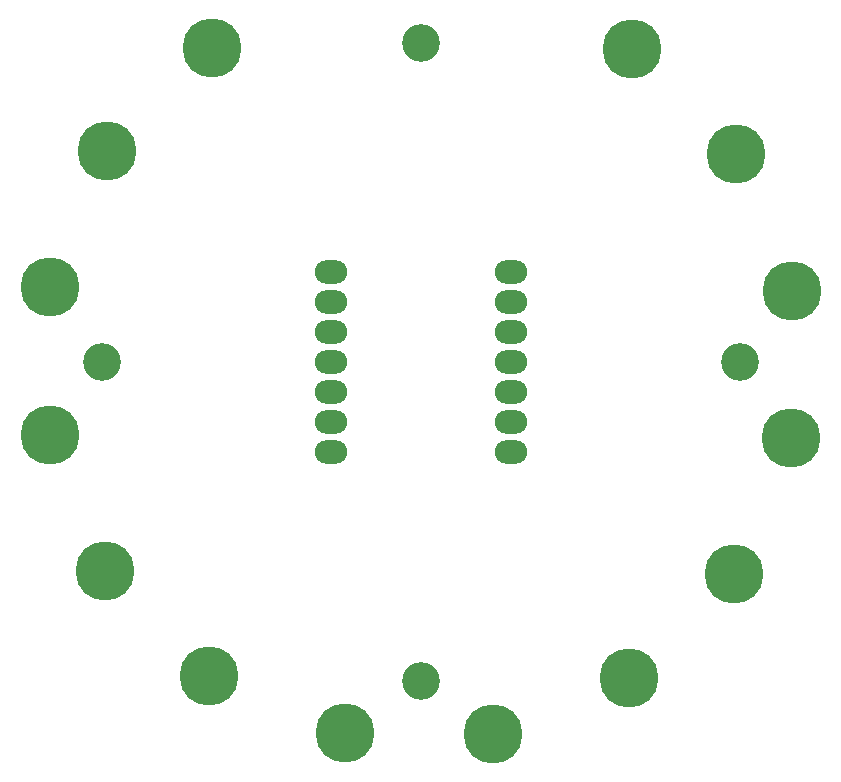
<source format=gbs>
%TF.GenerationSoftware,KiCad,Pcbnew,8.0.2-1*%
%TF.CreationDate,2024-05-14T17:19:14-06:00*%
%TF.ProjectId,seeeduino-xiao-breakout,73656565-6475-4696-9e6f-2d7869616f2d,rev?*%
%TF.SameCoordinates,Original*%
%TF.FileFunction,Soldermask,Bot*%
%TF.FilePolarity,Negative*%
%FSLAX46Y46*%
G04 Gerber Fmt 4.6, Leading zero omitted, Abs format (unit mm)*
G04 Created by KiCad (PCBNEW 8.0.2-1) date 2024-05-14 17:19:14*
%MOMM*%
%LPD*%
G01*
G04 APERTURE LIST*
%ADD10O,2.748280X1.998980*%
%ADD11C,3.200000*%
%ADD12C,5.000000*%
G04 APERTURE END LIST*
D10*
X129755304Y-94032180D03*
X129755304Y-96572180D03*
X129755304Y-99112180D03*
X129755304Y-101652180D03*
X129755304Y-104192180D03*
X129755304Y-106732180D03*
X129755304Y-109272180D03*
X145055496Y-109272180D03*
X145055496Y-106732180D03*
X145055496Y-104192180D03*
X145055496Y-101652180D03*
X145055496Y-99112180D03*
X145055496Y-96572180D03*
X145055496Y-94032180D03*
D11*
X164400000Y-101650000D03*
X137400000Y-128650000D03*
X137400000Y-74650000D03*
X110400000Y-101650000D03*
D12*
X155251984Y-75195017D03*
X163887012Y-119618394D03*
X164042157Y-84062237D03*
X119695827Y-75039873D03*
X106000219Y-95344446D03*
X130978036Y-133081810D03*
X119463636Y-128253422D03*
X143463697Y-133136290D03*
X110828607Y-83830046D03*
X168715400Y-108103993D03*
X110673463Y-119386204D03*
X155019794Y-128408567D03*
X105945740Y-107830107D03*
X168769879Y-95618331D03*
M02*

</source>
